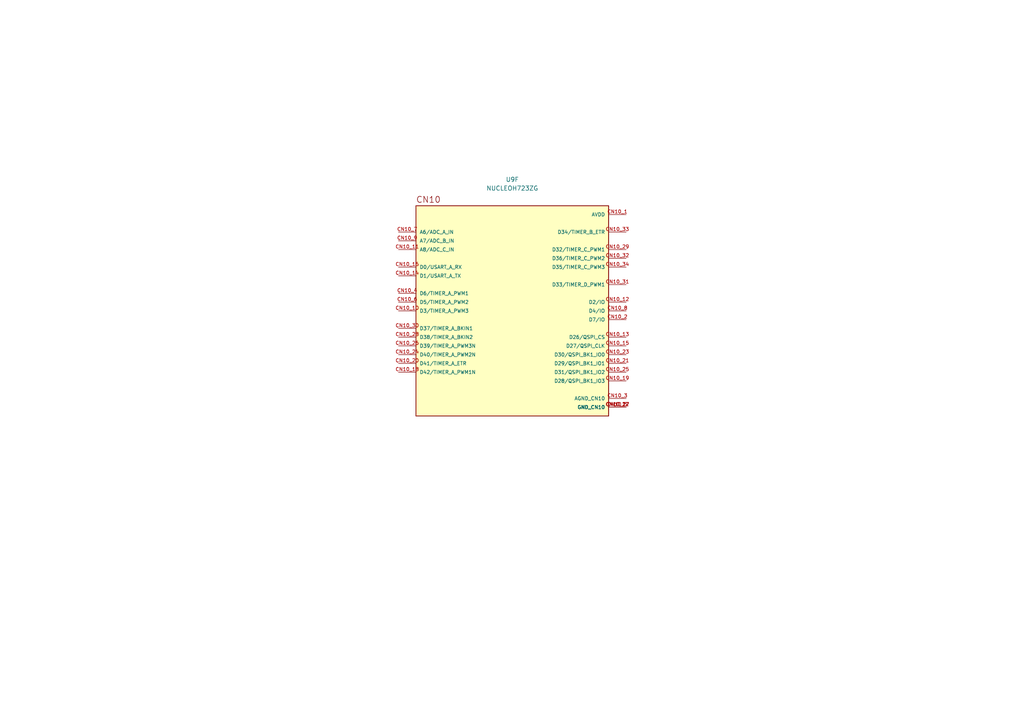
<source format=kicad_sch>
(kicad_sch (version 20250114) (generator "eeschema") (generator_version "9.0")
  (paper "A4")
  (lib_symbols
    (symbol "NUCLEOH723ZG:NUCLEOH723ZG" (pin_names (offset 1.016))
      (property "Reference" "U" (at -12.7 57.15 0))
      (property "Value" "NUCLEOH723ZG" (at -12.7 -54.61 0))
      (symbol "NUCLEOH723ZG_1_0"
        (rectangle (start -12.7 -53.34) (end 12.7 53.34) (stroke (width 0.254)) (fill (type background)))
        (text "CN11" (at -12.7 54.102 0) (effects (font (size 1.778 1.778)) (justify left bottom)))
        (pin input line (at -17.78 35.56 0) (length 5.08) (name "BOOT0") (number "CN11_7"))
        (pin input line (at -17.78 33.02 0) (length 5.08) (name "NRST") (number "CN11_14"))
        (pin bidirectional line (at -17.78 27.94 0) (length 5.08) (name "PA0") (number "CN11_28"))
        (pin bidirectional line (at -17.78 25.4 0) (length 5.08) (name "PA1") (number "CN11_30"))
        (pin bidirectional line (at -17.78 22.86 0) (length 5.08) (name "PA4") (number "CN11_32"))
        (pin bidirectional line (at -17.78 20.32 0) (length 5.08) (name "PA13") (number "CN11_13"))
        (pin bidirectional line (at -17.78 17.78 0) (length 5.08) (name "PA14") (number "CN11_15"))
        (pin bidirectional line (at -17.78 15.24 0) (length 5.08) (name "PA15") (number "CN11_17"))
        (pin bidirectional line (at -17.78 10.16 0) (length 5.08) (name "PB0") (number "CN11_34"))
        (pin bidirectional line (at -17.78 7.62 0) (length 5.08) (name "PB7") (number "CN11_21"))
        (pin bidirectional line (at -17.78 2.54 0) (length 5.08) (name "PC0") (number "CN11_38"))
        (pin bidirectional line (at -17.78 0 0) (length 5.08) (name "PC1") (number "CN11_36"))
        (pin bidirectional line (at -17.78 -2.54 0) (length 5.08) (name "PC2") (number "CN11_35"))
        (pin bidirectional line (at -17.78 -5.08 0) (length 5.08) (name "PC3") (number "CN11_37"))
        (pin bidirectional line (at -17.78 -7.62 0) (length 5.08) (name "PC10") (number "CN11_1"))
        (pin bidirectional line (at -17.78 -10.16 0) (length 5.08) (name "PC11") (number "CN11_2"))
        (pin bidirectional line (at -17.78 -12.7 0) (length 5.08) (name "PC12") (number "CN11_3"))
        (pin bidirectional line (at -17.78 -15.24 0) (length 5.08) (name "PC13") (number "CN11_23"))
        (pin bidirectional line (at -17.78 -17.78 0) (length 5.08) (name "PC14") (number "CN11_25"))
        (pin bidirectional line (at -17.78 -20.32 0) (length 5.08) (name "PC15") (number "CN11_27"))
        (pin bidirectional line (at -17.78 -25.4 0) (length 5.08) (name "PD0") (number "CN11_57"))
        (pin bidirectional line (at -17.78 -27.94 0) (length 5.08) (name "PD1") (number "CN11_55"))
        (pin bidirectional line (at -17.78 -30.48 0) (length 5.08) (name "PD2") (number "CN11_4"))
        (pin bidirectional line (at -17.78 -33.02 0) (length 5.08) (name "PD3") (number "CN11_40"))
        (pin bidirectional line (at -17.78 -35.56 0) (length 5.08) (name "PD4") (number "CN11_39"))
        (pin bidirectional line (at -17.78 -38.1 0) (length 5.08) (name "PD5") (number "CN11_41"))
        (pin bidirectional line (at -17.78 -40.64 0) (length 5.08) (name "PD6") (number "CN11_43"))
        (pin bidirectional line (at -17.78 -43.18 0) (length 5.08) (name "PD7") (number "CN11_45"))
        (pin bidirectional line (at -17.78 -45.72 0) (length 5.08) (name "PD9") (number "CN11_69"))
        (pin power_in line (at 17.78 50.8 180) (length 5.08) (name "3V3") (number "CN11_16"))
        (pin power_in line (at 17.78 48.26 180) (length 5.08) (name "5V") (number "CN11_18"))
        (pin power_in line (at 17.78 45.72 180) (length 5.08) (name "5V_EXT") (number "CN11_6"))
        (pin power_in line (at 17.78 43.18 180) (length 5.08) (name "VBAT") (number "CN11_33"))
        (pin power_in line (at 17.78 40.64 180) (length 5.08) (name "3V3_VDD") (number "CN11_5"))
        (pin power_in line (at 17.78 38.1 180) (length 5.08) (name "VIN") (number "CN11_24"))
        (pin bidirectional line (at 17.78 33.02 180) (length 5.08) (name "IOREF") (number "CN11_12"))
        (pin bidirectional line (at 17.78 27.94 180) (length 5.08) (name "PE1") (number "CN11_61"))
        (pin bidirectional line (at 17.78 25.4 180) (length 5.08) (name "PE2") (number "CN11_46"))
        (pin bidirectional line (at 17.78 22.86 180) (length 5.08) (name "PE3") (number "CN11_47"))
        (pin bidirectional line (at 17.78 20.32 180) (length 5.08) (name "PE4") (number "CN11_48"))
        (pin bidirectional line (at 17.78 17.78 180) (length 5.08) (name "PE5") (number "CN11_50"))
        (pin bidirectional line (at 17.78 15.24 180) (length 5.08) (name "PE6") (number "CN11_62"))
        (pin bidirectional line (at 17.78 10.16 180) (length 5.08) (name "PF0") (number "CN11_53"))
        (pin bidirectional line (at 17.78 7.62 180) (length 5.08) (name "PF1") (number "CN11_51"))
        (pin bidirectional line (at 17.78 5.08 180) (length 5.08) (name "PF2") (number "CN11_52"))
        (pin bidirectional line (at 17.78 2.54 180) (length 5.08) (name "PF6") (number "CN11_9"))
        (pin bidirectional line (at 17.78 0 180) (length 5.08) (name "PF7") (number "CN11_11"))
        (pin bidirectional line (at 17.78 -2.54 180) (length 5.08) (name "PF8") (number "CN11_54"))
        (pin bidirectional line (at 17.78 -5.08 180) (length 5.08) (name "PF9") (number "CN11_56"))
        (pin bidirectional line (at 17.78 -10.16 180) (length 5.08) (name "PG0") (number "CN11_59"))
        (pin bidirectional line (at 17.78 -12.7 180) (length 5.08) (name "PG1") (number "CN11_58"))
        (pin bidirectional line (at 17.78 -15.24 180) (length 5.08) (name "PG2") (number "CN11_42"))
        (pin bidirectional line (at 17.78 -17.78 180) (length 5.08) (name "PG3") (number "CN11_44"))
        (pin bidirectional line (at 17.78 -20.32 180) (length 5.08) (name "PG9") (number "CN11_63"))
        (pin bidirectional line (at 17.78 -22.86 180) (length 5.08) (name "PG10") (number "CN11_66"))
        (pin bidirectional line (at 17.78 -25.4 180) (length 5.08) (name "PG11") (number "CN11_70"))
        (pin bidirectional line (at 17.78 -27.94 180) (length 5.08) (name "PG12") (number "CN11_65"))
        (pin bidirectional line (at 17.78 -30.48 180) (length 5.08) (name "PG13") (number "CN11_68"))
        (pin bidirectional line (at 17.78 -33.02 180) (length 5.08) (name "PG15") (number "CN11_64"))
        (pin bidirectional line (at 17.78 -38.1 180) (length 5.08) (name "PH0") (number "CN11_29"))
        (pin bidirectional line (at 17.78 -40.64 180) (length 5.08) (name "PH1") (number "CN11_31"))
        (pin no_connect line (at 17.78 -45.72 180) (length 5.08) (name "NC") (number "CN11_10"))
        (pin no_connect line (at 17.78 -45.72 180) (length 5.08) (name "NC") (number "CN11_26"))
        (pin no_connect line (at 17.78 -45.72 180) (length 5.08) (name "NC") (number "CN11_67"))
        (pin power_in line (at 17.78 -50.8 180) (length 5.08) (name "GND_CN11") (number "CN11_19"))
        (pin power_in line (at 17.78 -50.8 180) (length 5.08) (name "GND_CN11") (number "CN11_20"))
        (pin power_in line (at 17.78 -50.8 180) (length 5.08) (name "GND_CN11") (number "CN11_22"))
        (pin power_in line (at 17.78 -50.8 180) (length 5.08) (name "GND_CN11") (number "CN11_49"))
        (pin power_in line (at 17.78 -50.8 180) (length 5.08) (name "GND_CN11") (number "CN11_60"))
        (pin power_in line (at 17.78 -50.8 180) (length 5.08) (name "GND_CN11") (number "CN11_8"))
      )
      (symbol "NUCLEOH723ZG_2_0"
        (rectangle (start -12.7 -53.34) (end 12.7 53.34) (stroke (width 0.254)) (fill (type background)))
        (text "CN12" (at -12.7 54.102 0) (effects (font (size 1.778 1.778)) (justify left bottom)))
        (pin bidirectional line (at -17.78 43.18 0) (length 5.08) (name "PA2") (number "CN12_35"))
        (pin bidirectional line (at -17.78 40.64 0) (length 5.08) (name "PA3") (number "CN12_37"))
        (pin bidirectional line (at -17.78 38.1 0) (length 5.08) (name "PA5") (number "CN12_11"))
        (pin bidirectional line (at -17.78 35.56 0) (length 5.08) (name "PA6") (number "CN12_13"))
        (pin bidirectional line (at -17.78 33.02 0) (length 5.08) (name "PA7") (number "CN12_15"))
        (pin bidirectional line (at -17.78 30.48 0) (length 5.08) (name "PA8") (number "CN12_23"))
        (pin bidirectional line (at -17.78 27.94 0) (length 5.08) (name "PA9") (number "CN12_21"))
        (pin bidirectional line (at -17.78 25.4 0) (length 5.08) (name "PA10") (number "CN12_33"))
        (pin bidirectional line (at -17.78 22.86 0) (length 5.08) (name "PA11") (number "CN12_14"))
        (pin bidirectional line (at -17.78 20.32 0) (length 5.08) (name "PA12") (number "CN12_12"))
        (pin bidirectional line (at -17.78 15.24 0) (length 5.08) (name "PB1") (number "CN12_24"))
        (pin bidirectional line (at -17.78 12.7 0) (length 5.08) (name "PB2") (number "CN12_22"))
        (pin bidirectional line (at -17.78 10.16 0) (length 5.08) (name "PB3") (number "CN12_31"))
        (pin bidirectional line (at -17.78 7.62 0) (length 5.08) (name "PB4") (number "CN12_27"))
        (pin bidirectional line (at -17.78 5.08 0) (length 5.08) (name "PB5") (number "CN12_29"))
        (pin bidirectional line (at -17.78 2.54 0) (length 5.08) (name "PB6") (number "CN12_17"))
        (pin bidirectional line (at -17.78 0 0) (length 5.08) (name "PB8") (number "CN12_3"))
        (pin bidirectional line (at -17.78 -2.54 0) (length 5.08) (name "PB9") (number "CN12_5"))
        (pin bidirectional line (at -17.78 -5.08 0) (length 5.08) (name "PB10") (number "CN12_25"))
        (pin bidirectional line (at -17.78 -7.62 0) (length 5.08) (name "PB11") (number "CN12_18"))
        (pin bidirectional line (at -17.78 -10.16 0) (length 5.08) (name "PB12") (number "CN12_16"))
        (pin bidirectional line (at -17.78 -12.7 0) (length 5.08) (name "PB13") (number "CN12_30"))
        (pin bidirectional line (at -17.78 -15.24 0) (length 5.08) (name "PB14") (number "CN12_28"))
        (pin bidirectional line (at -17.78 -17.78 0) (length 5.08) (name "PB15") (number "CN12_26"))
        (pin bidirectional line (at -17.78 -22.86 0) (length 5.08) (name "PC4") (number "CN12_34"))
        (pin bidirectional line (at -17.78 -25.4 0) (length 5.08) (name "PC5") (number "CN12_6"))
        (pin bidirectional line (at -17.78 -27.94 0) (length 5.08) (name "PC6") (number "CN12_4"))
        (pin bidirectional line (at -17.78 -30.48 0) (length 5.08) (name "PC7") (number "CN12_19"))
        (pin bidirectional line (at -17.78 -33.02 0) (length 5.08) (name "PC8") (number "CN12_2"))
        (pin bidirectional line (at -17.78 -35.56 0) (length 5.08) (name "PC9") (number "CN12_1"))
        (pin power_in line (at 17.78 50.8 180) (length 5.08) (name "VREFP") (number "CN12_7"))
        (pin power_in line (at 17.78 48.26 180) (length 5.08) (name "5V_USB_STLK") (number "CN12_8"))
        (pin bidirectional line (at 17.78 43.18 180) (length 5.08) (name "PD8") (number "CN12_10"))
        (pin bidirectional line (at 17.78 40.64 180) (length 5.08) (name "PD10") (number "CN12_65"))
        (pin bidirectional line (at 17.78 38.1 180) (length 5.08) (name "PD11") (number "CN12_45"))
        (pin bidirectional line (at 17.78 35.56 180) (length 5.08) (name "PD12") (number "CN12_43"))
        (pin bidirectional line (at 17.78 33.02 180) (length 5.08) (name "PD13") (number "CN12_41"))
        (pin bidirectional line (at 17.78 30.48 180) (length 5.08) (name "PD14") (number "CN12_46"))
        (pin bidirectional line (at 17.78 27.94 180) (length 5.08) (name "PD15") (number "CN12_48"))
        (pin bidirectional line (at 17.78 22.86 180) (length 5.08) (name "PE0") (number "CN12_64"))
        (pin bidirectional line (at 17.78 20.32 180) (length 5.08) (name "PE7") (number "CN12_44"))
        (pin bidirectional line (at 17.78 17.78 180) (length 5.08) (name "PE8") (number "CN12_40"))
        (pin bidirectional line (at 17.78 15.24 180) (length 5.08) (name "PE9") (number "CN12_52"))
        (pin bidirectional line (at 17.78 12.7 180) (length 5.08) (name "PE10") (number "CN12_47"))
        (pin bidirectional line (at 17.78 10.16 180) (length 5.08) (name "PE11") (number "CN12_56"))
        (pin bidirectional line (at 17.78 7.62 180) (length 5.08) (name "PE12") (number "CN12_49"))
        (pin bidirectional line (at 17.78 5.08 180) (length 5.08) (name "PE13") (number "CN12_55"))
        (pin bidirectional line (at 17.78 2.54 180) (length 5.08) (name "PE14") (number "CN12_51"))
        (pin bidirectional line (at 17.78 0 180) (length 5.08) (name "PE15") (number "CN12_53"))
        (pin bidirectional line (at 17.78 -5.08 180) (length 5.08) (name "PF3") (number "CN12_58"))
        (pin bidirectional line (at 17.78 -7.62 180) (length 5.08) (name "PF4") (number "CN12_38"))
        (pin bidirectional line (at 17.78 -10.16 180) (length 5.08) (name "PF5") (number "CN12_36"))
        (pin bidirectional line (at 17.78 -12.7 180) (length 5.08) (name "PF10") (number "CN12_42"))
        (pin bidirectional line (at 17.78 -15.24 180) (length 5.08) (name "PF11") (number "CN12_62"))
        (pin bidirectional line (at 17.78 -17.78 180) (length 5.08) (name "PF12") (number "CN12_59"))
        (pin bidirectional line (at 17.78 -20.32 180) (length 5.08) (name "PF13") (number "CN12_57"))
        (pin bidirectional line (at 17.78 -22.86 180) (length 5.08) (name "PF14") (number "CN12_50"))
        (pin bidirectional line (at 17.78 -25.4 180) (length 5.08) (name "PF15") (number "CN12_60"))
        (pin bidirectional line (at 17.78 -30.48 180) (length 5.08) (name "PG4") (number "CN12_69"))
        (pin bidirectional line (at 17.78 -33.02 180) (length 5.08) (name "PG5") (number "CN12_68"))
        (pin bidirectional line (at 17.78 -35.56 180) (length 5.08) (name "PG6") (number "CN12_70"))
        (pin bidirectional line (at 17.78 -38.1 180) (length 5.08) (name "PG7") (number "CN12_67"))
        (pin bidirectional line (at 17.78 -40.64 180) (length 5.08) (name "PG8") (number "CN12_66"))
        (pin bidirectional line (at 17.78 -43.18 180) (length 5.08) (name "PG14") (number "CN12_61"))
        (pin power_in line (at 17.78 -48.26 180) (length 5.08) (name "AGND_CN12") (number "CN12_32"))
        (pin power_in line (at 17.78 -50.8 180) (length 5.08) (name "GND_CN12") (number "CN12_20"))
        (pin power_in line (at 17.78 -50.8 180) (length 5.08) (name "GND_CN12") (number "CN12_39"))
        (pin power_in line (at 17.78 -50.8 180) (length 5.08) (name "GND_CN12") (number "CN12_54"))
        (pin power_in line (at 17.78 -50.8 180) (length 5.08) (name "GND_CN12") (number "CN12_63"))
        (pin power_in line (at 17.78 -50.8 180) (length 5.08) (name "GND_CN12") (number "CN12_9"))
      )
      (symbol "NUCLEOH723ZG_3_0"
        (rectangle (start -27.94 -20.32) (end 27.94 20.32) (stroke (width 0.254)) (fill (type background)))
        (text "CN8" (at -27.94 21.082 0) (effects (font (size 1.778 1.778)) (justify left bottom)))
        (pin input line (at -33.02 7.62 0) (length 5.08) (name "NRST_CN8") (number "CN8_5"))
        (pin bidirectional line (at -33.02 2.54 0) (length 5.08) (name "D43/SDMMC_D0") (number "CN8_2"))
        (pin bidirectional line (at -33.02 0 0) (length 5.08) (name "D44/SDMMC_D1/I2S_A_CKIN") (number "CN8_4"))
        (pin bidirectional line (at -33.02 -2.54 0) (length 5.08) (name "D45/SDMMC_D2") (number "CN8_6"))
        (pin bidirectional line (at -33.02 -5.08 0) (length 5.08) (name "D46/SDMMC_D3") (number "CN8_8"))
        (pin bidirectional line (at -33.02 -7.62 0) (length 5.08) (name "D47/SDMMC_CK") (number "CN8_10"))
        (pin bidirectional line (at -33.02 -10.16 0) (length 5.08) (name "D48/SDMMC_CMD") (number "CN8_12"))
        (pin no_connect line (at -33.02 -15.24 0) (length 5.08) (name "NC_CN8") (number "CN8_1"))
        (pin power_in line (at 33.02 17.78 180) (length 5.08) (name "VIN_CN8") (number "CN8_15"))
        (pin power_in line (at 33.02 15.24 180) (length 5.08) (name "5V_CN8") (number "CN8_9"))
        (pin power_in line (at 33.02 12.7 180) (length 5.08) (name "3V3_CN8") (number "CN8_7"))
        (pin bidirectional line (at 33.02 7.62 180) (length 5.08) (name "IOREF_CN8") (number "CN8_3"))
        (pin bidirectional line (at 33.02 0 180) (length 5.08) (name "D50/IO") (number "CN8_16"))
        (pin bidirectional line (at 33.02 -2.54 180) (length 5.08) (name "D49/IO") (number "CN8_14"))
        (pin power_in line (at 33.02 -17.78 180) (length 5.08) (name "GND_CN8") (number "CN8_11"))
        (pin power_in line (at 33.02 -17.78 180) (length 5.08) (name "GND_CN8") (number "CN8_13"))
      )
      (symbol "NUCLEOH723ZG_4_0"
        (rectangle (start -27.94 -25.4) (end 27.94 25.4) (stroke (width 0.254)) (fill (type background)))
        (text "CN9" (at -27.94 26.162 0) (effects (font (size 1.778 1.778)) (justify left bottom)))
        (pin input line (at -33.02 22.86 0) (length 5.08) (name "A0/ADC12_INP15") (number "CN9_1"))
        (pin input line (at -33.02 20.32 0) (length 5.08) (name "A1/ADC123_INP10") (number "CN9_3"))
        (pin input line (at -33.02 17.78 0) (length 5.08) (name "A2/ADC12_INP13") (number "CN9_5"))
        (pin input line (at -33.02 15.24 0) (length 5.08) (name "A3/ADC12_INP5") (number "CN9_7"))
        (pin input line (at -33.02 12.7 0) (length 5.08) (name "A4/ADC123_INP12/I2C1_SDA") (number "CN9_9"))
        (pin input line (at -33.02 10.16 0) (length 5.08) (name "A5/ADC3_INP6/I2C1_SCL") (number "CN9_11"))
        (pin bidirectional line (at -33.02 5.08 0) (length 5.08) (name "D51/USART_B_SCLK") (number "CN9_2"))
        (pin bidirectional line (at -33.02 2.54 0) (length 5.08) (name "D52/USART_B_RX") (number "CN9_4"))
        (pin bidirectional line (at -33.02 0 0) (length 5.08) (name "D53/USART_B_TX") (number "CN9_6"))
        (pin bidirectional line (at -33.02 -2.54 0) (length 5.08) (name "D54/USART_B_RTS") (number "CN9_8"))
        (pin bidirectional line (at -33.02 -5.08 0) (length 5.08) (name "D55/USART_B_CTS") (number "CN9_10"))
        (pin bidirectional line (at -33.02 -10.16 0) (length 5.08) (name "D56/SAI_A_MCLK") (number "CN9_14"))
        (pin bidirectional line (at -33.02 -12.7 0) (length 5.08) (name "D57/SAI_A_FS") (number "CN9_16"))
        (pin bidirectional line (at -33.02 -15.24 0) (length 5.08) (name "D58/SAI_A_SCK") (number "CN9_18"))
        (pin bidirectional line (at -33.02 -17.78 0) (length 5.08) (name "D59/SAI_A_SD") (number "CN9_20"))
        (pin bidirectional line (at 33.02 22.86 180) (length 5.08) (name "D68/I2C_B_SDA") (number "CN9_21"))
        (pin bidirectional line (at 33.02 20.32 180) (length 5.08) (name "D69/I2C_B_SCL") (number "CN9_19"))
        (pin bidirectional line (at 33.02 17.78 180) (length 5.08) (name "D70/I2C_B_SMBA") (number "CN9_17"))
        (pin output line (at 33.02 12.7 180) (length 5.08) (name "D66/CAN_TX") (number "CN9_27"))
        (pin input line (at 33.02 10.16 180) (length 5.08) (name "D67/CAN_RX") (number "CN9_25"))
        (pin bidirectional line (at 33.02 5.08 180) (length 5.08) (name "D64/IO") (number "CN9_30"))
        (pin bidirectional line (at 33.02 2.54 180) (length 5.08) (name "D65/IO") (number "CN9_29"))
        (pin bidirectional line (at 33.02 -2.54 180) (length 5.08) (name "D71/COMP2_INP") (number "CN9_15"))
        (pin bidirectional line (at 33.02 -5.08 180) (length 5.08) (name "D72/COMP1_INP") (number "CN9_13"))
        (pin bidirectional line (at 33.02 -10.16 180) (length 5.08) (name "D62/SAI_B_MCLK") (number "CN9_26"))
        (pin bidirectional line (at 33.02 -12.7 180) (length 5.08) (name "D63/SAI_B_FS") (number "CN9_28"))
        (pin bidirectional line (at 33.02 -15.24 180) (length 5.08) (name "D61/SAI_B_SCK") (number "CN9_24"))
        (pin bidirectional line (at 33.02 -17.78 180) (length 5.08) (name "D60/SAI_B_SD") (number "CN9_22"))
        (pin power_in line (at 33.02 -22.86 180) (length 5.08) (name "GND_CN9") (number "CN9_12"))
        (pin power_in line (at 33.02 -22.86 180) (length 5.08) (name "GND_CN9") (number "CN9_23"))
      )
      (symbol "NUCLEOH723ZG_5_0"
        (rectangle (start -33.02 -20.32) (end 33.02 20.32) (stroke (width 0.254)) (fill (type background)))
        (text "CN7" (at -33.02 21.082 0) (effects (font (size 1.778 1.778)) (justify left bottom)))
        (pin bidirectional line (at -38.1 12.7 0) (length 5.08) (name "D8/IO") (number "CN7_20"))
        (pin bidirectional line (at -38.1 10.16 0) (length 5.08) (name "D9/TIMER_B_PWM2") (number "CN7_18"))
        (pin bidirectional line (at -38.1 2.54 0) (length 5.08) (name "D10/SPI_A_CS/TIM_B_PWM3") (number "CN7_16"))
        (pin bidirectional line (at -38.1 0 0) (length 5.08) (name "D11/SPI_A_MOSI/TIM_E_PWM1") (number "CN7_14"))
        (pin bidirectional line (at -38.1 -2.54 0) (length 5.08) (name "D12/SPI_A_MISO") (number "CN7_12"))
        (pin bidirectional line (at -38.1 -5.08 0) (length 5.08) (name "D13/SPI_A_SCK") (number "CN7_10"))
        (pin bidirectional line (at -38.1 -7.62 0) (length 5.08) (name "D14/I2C_A_SDA") (number "CN7_4"))
        (pin bidirectional line (at -38.1 -10.16 0) (length 5.08) (name "D15/I2C_A_SCL") (number "CN7_2"))
        (pin bidirectional line (at -38.1 -12.7 0) (length 5.08) (name "D16/I2S_A_MCK") (number "CN7_1"))
        (pin power_in line (at 38.1 17.78 180) (length 5.08) (name "VREFP_CN7") (number "CN7_6"))
        (pin bidirectional line (at 38.1 12.7 180) (length 5.08) (name "D25/SPI_B_MISO") (number "CN7_19"))
        (pin bidirectional line (at 38.1 10.16 180) (length 5.08) (name "D24/SPI_B_NSS") (number "CN7_17"))
        (pin bidirectional line (at 38.1 7.62 180) (length 5.08) (name "D23/I2S_B_CK/SPI_B_SCK") (number "CN7_15"))
        (pin bidirectional line (at 38.1 5.08 180) (length 5.08) (name "D22/I2S_B_SD/SPI_B_MOSI") (number "CN7_13"))
        (pin bidirectional line (at 38.1 0 180) (length 5.08) (name "D21/I2S_B_MCK") (number "CN7_11"))
        (pin bidirectional line (at 38.1 -2.54 180) (length 5.08) (name "D20/I2S_B_WS") (number "CN7_9"))
        (pin bidirectional line (at 38.1 -7.62 180) (length 5.08) (name "D19/I2S_A_WS") (number "CN7_7"))
        (pin bidirectional line (at 38.1 -10.16 180) (length 5.08) (name "D18/I2S_A_CK") (number "CN7_5"))
        (pin bidirectional line (at 38.1 -12.7 180) (length 5.08) (name "D17/I2S_A_SD") (number "CN7_3"))
        (pin power_in line (at 38.1 -17.78 180) (length 5.08) (name "GND_CN7") (number "CN7_8"))
      )
      (symbol "NUCLEOH723ZG_6_0"
        (rectangle (start -27.94 -30.48) (end 27.94 30.48) (stroke (width 0.254)) (fill (type background)))
        (text "CN10" (at -27.94 31.242 0) (effects (font (size 1.778 1.778)) (justify left bottom)))
        (pin input line (at -33.02 22.86 0) (length 5.08) (name "A6/ADC_A_IN") (number "CN10_7"))
        (pin input line (at -33.02 20.32 0) (length 5.08) (name "A7/ADC_B_IN") (number "CN10_9"))
        (pin input line (at -33.02 17.78 0) (length 5.08) (name "A8/ADC_C_IN") (number "CN10_11"))
        (pin input line (at -33.02 12.7 0) (length 5.08) (name "D0/USART_A_RX") (number "CN10_16"))
        (pin output line (at -33.02 10.16 0) (length 5.08) (name "D1/USART_A_TX") (number "CN10_14"))
        (pin bidirectional line (at -33.02 5.08 0) (length 5.08) (name "D6/TIMER_A_PWM1") (number "CN10_4"))
        (pin bidirectional line (at -33.02 2.54 0) (length 5.08) (name "D5/TIMER_A_PWM2") (number "CN10_6"))
        (pin bidirectional line (at -33.02 0 0) (length 5.08) (name "D3/TIMER_A_PWM3") (number "CN10_10"))
        (pin bidirectional line (at -33.02 -5.08 0) (length 5.08) (name "D37/TIMER_A_BKIN1") (number "CN10_30"))
        (pin bidirectional line (at -33.02 -7.62 0) (length 5.08) (name "D38/TIMER_A_BKIN2") (number "CN10_28"))
        (pin bidirectional line (at -33.02 -10.16 0) (length 5.08) (name "D39/TIMER_A_PWM3N") (number "CN10_26"))
        (pin bidirectional line (at -33.02 -12.7 0) (length 5.08) (name "D40/TIMER_A_PWM2N") (number "CN10_24"))
        (pin bidirectional line (at -33.02 -15.24 0) (length 5.08) (name "D41/TIMER_A_ETR") (number "CN10_20"))
        (pin bidirectional line (at -33.02 -17.78 0) (length 5.08) (name "D42/TIMER_A_PWM1N") (number "CN10_18"))
        (pin power_in line (at 33.02 27.94 180) (length 5.08) (name "AVDD") (number "CN10_1"))
        (pin bidirectional line (at 33.02 22.86 180) (length 5.08) (name "D34/TIMER_B_ETR") (number "CN10_33"))
        (pin bidirectional line (at 33.02 17.78 180) (length 5.08) (name "D32/TIMER_C_PWM1") (number "CN10_29"))
        (pin bidirectional line (at 33.02 15.24 180) (length 5.08) (name "D36/TIMER_C_PWM2") (number "CN10_32"))
        (pin bidirectional line (at 33.02 12.7 180) (length 5.08) (name "D35/TIMER_C_PWM3") (number "CN10_34"))
        (pin bidirectional line (at 33.02 7.62 180) (length 5.08) (name "D33/TIMER_D_PWM1") (number "CN10_31"))
        (pin bidirectional line (at 33.02 2.54 180) (length 5.08) (name "D2/IO") (number "CN10_12"))
        (pin bidirectional line (at 33.02 0 180) (length 5.08) (name "D4/IO") (number "CN10_8"))
        (pin bidirectional line (at 33.02 -2.54 180) (length 5.08) (name "D7/IO") (number "CN10_2"))
        (pin bidirectional line (at 33.02 -7.62 180) (length 5.08) (name "D26/QSPI_CS") (number "CN10_13"))
        (pin bidirectional line (at 33.02 -10.16 180) (length 5.08) (name "D27/QSPI_CLK") (number "CN10_15"))
        (pin bidirectional line (at 33.02 -12.7 180) (length 5.08) (name "D30/QSPI_BK1_IO0") (number "CN10_23"))
        (pin bidirectional line (at 33.02 -15.24 180) (length 5.08) (name "D29/QSPI_BK1_IO1") (number "CN10_21"))
        (pin bidirectional line (at 33.02 -17.78 180) (length 5.08) (name "D31/QSPI_BK1_IO2") (number "CN10_25"))
        (pin bidirectional line (at 33.02 -20.32 180) (length 5.08) (name "D28/QSPI_BK1_IO3") (number "CN10_19"))
        (pin power_in line (at 33.02 -25.4 180) (length 5.08) (name "AGND_CN10") (number "CN10_3"))
        (pin power_in line (at 33.02 -27.94 180) (length 5.08) (name "GND_CN10") (number "CN10_17"))
        (pin power_in line (at 33.02 -27.94 180) (length 5.08) (name "GND_CN10") (number "CN10_22"))
        (pin power_in line (at 33.02 -27.94 180) (length 5.08) (name "GND_CN10") (number "CN10_27"))
        (pin power_in line (at 33.02 -27.94 180) (length 5.08) (name "GND_CN10") (number "CN10_5"))
      )
      (symbol "NUCLEOH723ZG_7_0"
        (rectangle (start -7.62 -2.54) (end 7.62 2.54) (stroke (width 0.254)) (fill (type background)))
        (text "CN3" (at -7.62 3.302 0) (effects (font (size 1.778 1.778)) (justify left bottom)))
        (pin power_in line (at 12.7 0 180) (length 5.08) (name "GND_CN3") (number "CN3_1"))
        (pin power_in line (at 12.7 0 180) (length 5.08) (name "GND_CN3") (number "CN3_2"))
      )
      (symbol "NUCLEOH723ZG_8_0"
        (rectangle (start -7.62 -2.54) (end 7.62 2.54) (stroke (width 0.254)) (fill (type background)))
        (text "CN4" (at -7.62 3.302 0) (effects (font (size 1.778 1.778)) (justify left bottom)))
        (pin power_in line (at 12.7 0 180) (length 5.08) (name "GND_CN4") (number "CN4_1"))
        (pin power_in line (at 12.7 0 180) (length 5.08) (name "GND_CN4") (number "CN4_2"))
      )
      (symbol "NUCLEOH723ZG_9_0"
        (rectangle (start -7.62 -2.54) (end 7.62 2.54) (stroke (width 0.254)) (fill (type background)))
        (text "CN15" (at -7.62 3.302 0) (effects (font (size 1.778 1.778)) (justify left bottom)))
        (pin power_in line (at 12.7 0 180) (length 5.08) (name "GND_CN15") (number "CN15_1"))
        (pin power_in line (at 12.7 0 180) (length 5.08) (name "GND_CN15") (number "CN15_2"))
      )
      (symbol "NUCLEOH723ZG_10_0"
        (rectangle (start -7.62 -2.54) (end 7.62 2.54) (stroke (width 0.254)) (fill (type background)))
        (text "CN16" (at -7.62 3.302 0) (effects (font (size 1.778 1.778)) (justify left bottom)))
        (pin power_in line (at 12.7 0 180) (length 5.08) (name "GND_CN16") (number "CN16_1"))
        (pin power_in line (at 12.7 0 180) (length 5.08) (name "GND_CN16") (number "CN16_2"))
      )
    )
  )
  (symbol (lib_id "NUCLEOH723ZG:NUCLEOH723ZG") (at 148.59 90.17 0) (unit 6)
    (property "Reference" "U9" (at 148.59 52.07 0))
    (property "Value" "NUCLEOH723ZG" (at 148.59 54.61 0))
    (property "Footprint" "NUCLEOH723ZG:MODULE_NUCLEOH723ZG" (effects (hide yes)))
    (property "MF" "STMicroelectronics" (effects (hide yes)))
    (property "MAXIMUM_PACKAGE_HEIGHT" "18.57 mm" (effects (hide yes)))
    (property "Package" "None" (effects (hide yes)))
    (property "Price" "None" (effects (hide yes)))
    (property "Check_prices" "https://www.snapeda.com/parts/NUCLEOH723ZG/STMicroelectronics/view-part/?ref=eda" (effects (hide yes)))
    (property "STANDARD" "Manufacturer Recommendations" (effects (hide yes)))
    (property "PARTREV" "2" (effects (hide yes)))
    (property "SnapEDA_Link" "https://www.snapeda.com/parts/NUCLEOH723ZG/STMicroelectronics/view-part/?ref=snap" (effects (hide yes)))
    (property "MP" "NUCLEOH723ZG" (effects (hide yes)))
    (property "Description_1" "STM32H723 Nucleo-144 STM32H7 ARM® Cortex®-M7 MCU 32-Bit Embedded Evaluation Board" (effects (hide yes)))
    (property "SNAPEDA_PN" "NUCLEOH723ZG" (effects (hide yes)))
    (property "Availability" "In Stock" (effects (hide yes)))
    (property "MANUFACTURER" "STMicroelectronics" (effects (hide yes)))
  )
)
</source>
